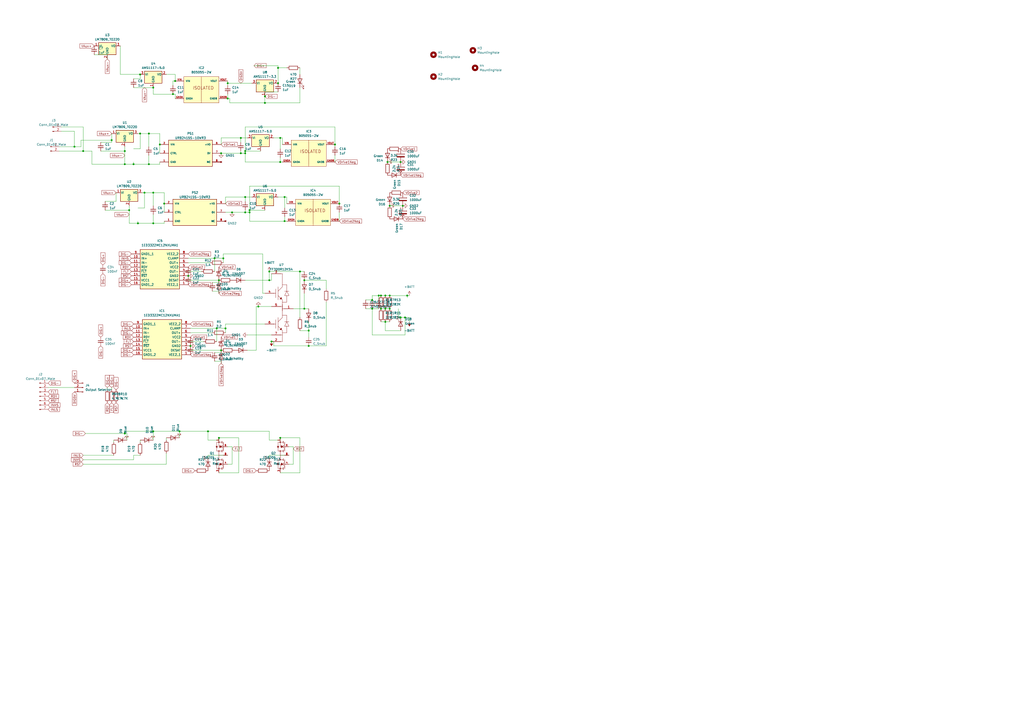
<source format=kicad_sch>
(kicad_sch (version 20230121) (generator eeschema)
  (paper "A2")
  (junction (at 81.28 77.47))
  (junction (at 101.6 46.99))
  (junction (at 128.27 88.9))
  (junction (at 156.21 162.56))
  (junction (at 215.9 179.07))
  (junction (at 92.71 83.82))
  (junction (at 100.33 54.61))
  (junction (at 86.36 77.47))
  (junction (at 153.67 55.88))
  (junction (at 139.7 88.9))
  (junction (at 142.24 114.3))
  (junction (at 72.39 95.25))
  (junction (at 153.67 59.69))
  (junction (at 104.14 250.19))
  (junction (at 144.78 121.92))
  (junction (at 196.85 118.11))
  (junction (at 161.29 48.26))
  (junction (at 128.27 203.2))
  (junction (at 130.81 190.5))
  (junction (at 83.82 111.76))
  (junction (at 223.52 186.69))
  (junction (at 144.78 123.19))
  (junction (at 176.53 162.56))
  (junction (at 194.31 83.82))
  (junction (at 127 162.56))
  (junction (at 109.22 160.02))
  (junction (at 132.08 57.15))
  (junction (at 162.56 254))
  (junction (at 48.26 87.63))
  (junction (at 219.71 171.45))
  (junction (at 132.08 48.26))
  (junction (at 129.54 149.86))
  (junction (at 88.9 50.8))
  (junction (at 127 254))
  (junction (at 74.93 121.92))
  (junction (at 226.06 171.45))
  (junction (at 64.77 81.28))
  (junction (at 124.46 149.86))
  (junction (at 179.07 200.66))
  (junction (at 120.65 250.19))
  (junction (at 226.06 119.38))
  (junction (at 80.01 129.54))
  (junction (at 72.39 87.63))
  (junction (at 226.06 179.07))
  (junction (at 236.22 171.45))
  (junction (at 215.9 173.99))
  (junction (at 95.25 118.11))
  (junction (at 157.48 198.12))
  (junction (at 156.21 157.48))
  (junction (at 142.24 88.9))
  (junction (at 232.41 184.15))
  (junction (at 223.52 171.45))
  (junction (at 134.62 123.19))
  (junction (at 142.24 87.63))
  (junction (at 234.95 184.15))
  (junction (at 162.56 80.01))
  (junction (at 232.41 93.98))
  (junction (at 165.1 128.27))
  (junction (at 220.98 171.45))
  (junction (at 88.9 111.76))
  (junction (at 110.49 200.66))
  (junction (at 139.7 80.01))
  (junction (at 43.18 85.09))
  (junction (at 88.9 250.19))
  (junction (at 77.47 95.25))
  (junction (at 179.07 191.77))
  (junction (at 224.79 93.98))
  (junction (at 125.73 190.5))
  (junction (at 162.56 93.98))
  (junction (at 173.99 157.48))
  (junction (at 142.24 123.19))
  (junction (at 220.98 179.07))
  (junction (at 149.86 177.8))
  (junction (at 161.29 39.37))
  (junction (at 165.1 114.3))
  (junction (at 176.53 179.07))
  (junction (at 223.52 179.07))
  (junction (at 233.68 119.38))
  (junction (at 88.9 129.54))
  (junction (at 81.28 43.18))
  (junction (at 86.36 95.25))
  (junction (at 72.39 251.46))
  (wire (pts (xy 189.23 162.56) (xy 176.53 162.56)))
  (wire (pts (xy 88.9 250.19) (xy 104.14 250.19)))
  (wire (pts (xy 88.9 129.54) (xy 95.25 129.54)))
  (wire (pts (xy 153.67 53.34) (xy 153.67 55.88)))
  (wire (pts (xy 80.01 120.65) (xy 83.82 120.65)))
  (wire (pts (xy 176.53 170.18) (xy 176.53 179.07)))
  (wire (pts (xy 72.39 250.19) (xy 72.39 251.46)))
  (wire (pts (xy 64.77 82.55) (xy 64.77 81.28)))
  (wire (pts (xy 127 168.91) (xy 127 170.18)))
  (wire (pts (xy 236.22 172.72) (xy 236.22 171.45)))
  (wire (pts (xy 88.9 54.61) (xy 88.9 50.8)))
  (wire (pts (xy 81.28 43.18) (xy 69.85 43.18)))
  (wire (pts (xy 156.21 264.16) (xy 167.64 264.16)))
  (wire (pts (xy 148.59 177.8) (xy 149.86 177.8)))
  (wire (pts (xy 34.29 87.63) (xy 48.26 87.63)))
  (wire (pts (xy 179.07 200.66) (xy 158.75 200.66)))
  (wire (pts (xy 80.01 128.27) (xy 80.01 129.54)))
  (wire (pts (xy 179.07 191.77) (xy 179.07 195.58)))
  (wire (pts (xy 120.65 264.16) (xy 132.08 264.16)))
  (wire (pts (xy 58.42 82.55) (xy 64.77 82.55)))
  (wire (pts (xy 224.79 93.98) (xy 232.41 93.98)))
  (wire (pts (xy 142.24 121.92) (xy 142.24 123.19)))
  (wire (pts (xy 64.77 224.79) (xy 64.77 226.06)))
  (wire (pts (xy 130.81 187.96) (xy 153.67 187.96)))
  (wire (pts (xy 124.46 204.47) (xy 128.27 204.47)))
  (wire (pts (xy 231.14 179.07) (xy 231.14 184.15)))
  (wire (pts (xy 88.9 111.76) (xy 95.25 111.76)))
  (wire (pts (xy 54.61 31.75) (xy 62.23 31.75)))
  (wire (pts (xy 161.29 38.1) (xy 161.29 39.37)))
  (wire (pts (xy 80.01 129.54) (xy 88.9 129.54)))
  (wire (pts (xy 163.83 93.98) (xy 162.56 93.98)))
  (wire (pts (xy 162.56 254) (xy 173.99 254)))
  (wire (pts (xy 194.31 83.82) (xy 194.31 85.09)))
  (wire (pts (xy 69.85 43.18) (xy 69.85 26.67)))
  (wire (pts (xy 219.71 171.45) (xy 219.71 173.99)))
  (wire (pts (xy 134.62 123.19) (xy 130.81 123.19)))
  (wire (pts (xy 95.25 129.54) (xy 95.25 128.27)))
  (wire (pts (xy 156.21 157.48) (xy 156.21 162.56)))
  (wire (pts (xy 109.22 157.48) (xy 116.84 157.48)))
  (wire (pts (xy 144.78 121.92) (xy 153.67 121.92)))
  (wire (pts (xy 152.4 147.32) (xy 152.4 170.18)))
  (wire (pts (xy 142.24 114.3) (xy 130.81 114.3)))
  (wire (pts (xy 132.08 54.61) (xy 132.08 57.15)))
  (wire (pts (xy 142.24 88.9) (xy 142.24 93.98)))
  (wire (pts (xy 162.56 93.98) (xy 142.24 93.98)))
  (wire (pts (xy 161.29 114.3) (xy 165.1 114.3)))
  (wire (pts (xy 194.31 83.82) (xy 194.31 73.66)))
  (wire (pts (xy 88.9 250.19) (xy 72.39 250.19)))
  (wire (pts (xy 64.77 81.28) (xy 64.77 77.47)))
  (wire (pts (xy 74.93 119.38) (xy 74.93 121.92)))
  (wire (pts (xy 132.08 48.26) (xy 146.05 48.26)))
  (wire (pts (xy 156.21 264.16) (xy 156.21 265.43)))
  (wire (pts (xy 163.83 80.01) (xy 163.83 83.82)))
  (wire (pts (xy 173.99 50.8) (xy 173.99 59.69)))
  (wire (pts (xy 166.37 128.27) (xy 165.1 128.27)))
  (wire (pts (xy 236.22 171.45) (xy 237.49 171.45)))
  (wire (pts (xy 165.1 125.73) (xy 165.1 128.27)))
  (wire (pts (xy 142.24 88.9) (xy 139.7 88.9)))
  (wire (pts (xy 128.27 80.01) (xy 128.27 83.82)))
  (wire (pts (xy 82.55 111.76) (xy 83.82 111.76)))
  (wire (pts (xy 88.9 124.46) (xy 88.9 129.54)))
  (wire (pts (xy 43.18 85.09) (xy 46.99 85.09)))
  (wire (pts (xy 157.48 198.12) (xy 158.75 198.12)))
  (wire (pts (xy 132.08 48.26) (xy 132.08 49.53)))
  (wire (pts (xy 161.29 39.37) (xy 161.29 48.26)))
  (wire (pts (xy 153.67 59.69) (xy 153.67 55.88)))
  (wire (pts (xy 142.24 114.3) (xy 142.24 116.84)))
  (wire (pts (xy 88.9 119.38) (xy 88.9 111.76)))
  (wire (pts (xy 212.09 179.07) (xy 215.9 179.07)))
  (wire (pts (xy 81.28 77.47) (xy 86.36 77.47)))
  (wire (pts (xy 62.23 31.75) (xy 62.23 34.29)))
  (wire (pts (xy 48.26 87.63) (xy 53.34 87.63)))
  (wire (pts (xy 162.56 255.27) (xy 162.56 254)))
  (wire (pts (xy 104.14 250.19) (xy 104.14 254)))
  (wire (pts (xy 81.28 86.36) (xy 81.28 77.47)))
  (wire (pts (xy 86.36 90.17) (xy 86.36 95.25)))
  (wire (pts (xy 73.66 251.46) (xy 73.66 255.27)))
  (wire (pts (xy 133.35 59.69) (xy 133.35 57.15)))
  (wire (pts (xy 86.36 77.47) (xy 92.71 77.47)))
  (wire (pts (xy 100.33 54.61) (xy 88.9 54.61)))
  (wire (pts (xy 173.99 191.77) (xy 179.07 191.77)))
  (wire (pts (xy 72.39 95.25) (xy 77.47 95.25)))
  (wire (pts (xy 77.47 45.72) (xy 81.28 45.72)))
  (wire (pts (xy 83.82 120.65) (xy 83.82 111.76)))
  (wire (pts (xy 142.24 87.63) (xy 151.13 87.63)))
  (wire (pts (xy 144.78 121.92) (xy 144.78 123.19)))
  (wire (pts (xy 139.7 88.9) (xy 128.27 88.9)))
  (wire (pts (xy 125.73 198.12) (xy 125.73 190.5)))
  (wire (pts (xy 148.59 203.2) (xy 148.59 177.8)))
  (wire (pts (xy 92.71 95.25) (xy 92.71 93.98)))
  (wire (pts (xy 161.29 39.37) (xy 166.37 39.37)))
  (wire (pts (xy 170.18 259.08) (xy 170.18 269.24)))
  (wire (pts (xy 77.47 93.98) (xy 77.47 95.25)))
  (wire (pts (xy 101.6 57.15) (xy 101.6 54.61)))
  (wire (pts (xy 139.7 80.01) (xy 128.27 80.01)))
  (wire (pts (xy 130.81 193.04) (xy 130.81 190.5)))
  (wire (pts (xy 77.47 95.25) (xy 86.36 95.25)))
  (wire (pts (xy 133.35 57.15) (xy 132.08 57.15)))
  (wire (pts (xy 86.36 85.09) (xy 86.36 77.47)))
  (wire (pts (xy 157.48 162.56) (xy 157.48 158.75)))
  (wire (pts (xy 162.56 80.01) (xy 162.56 86.36)))
  (wire (pts (xy 101.6 54.61) (xy 100.33 54.61)))
  (wire (pts (xy 158.75 80.01) (xy 162.56 80.01)))
  (wire (pts (xy 196.85 118.11) (xy 196.85 107.95)))
  (wire (pts (xy 48.26 73.66) (xy 48.26 87.63)))
  (wire (pts (xy 104.14 250.19) (xy 120.65 250.19)))
  (wire (pts (xy 165.1 128.27) (xy 144.78 128.27)))
  (wire (pts (xy 189.23 175.26) (xy 189.23 200.66)))
  (wire (pts (xy 101.6 43.18) (xy 101.6 46.99)))
  (wire (pts (xy 212.09 173.99) (xy 215.9 173.99)))
  (wire (pts (xy 189.23 167.64) (xy 189.23 162.56)))
  (wire (pts (xy 110.49 203.2) (xy 128.27 203.2)))
  (wire (pts (xy 127 254) (xy 138.43 254)))
  (wire (pts (xy 149.86 177.8) (xy 157.48 177.8)))
  (wire (pts (xy 220.98 171.45) (xy 223.52 171.45)))
  (wire (pts (xy 127 255.27) (xy 127 254)))
  (wire (pts (xy 125.73 190.5) (xy 130.81 190.5)))
  (wire (pts (xy 196.85 107.95) (xy 144.78 107.95)))
  (wire (pts (xy 144.78 123.19) (xy 142.24 123.19)))
  (wire (pts (xy 92.71 83.82) (xy 92.71 88.9)))
  (wire (pts (xy 129.54 149.86) (xy 129.54 152.4)))
  (wire (pts (xy 124.46 157.48) (xy 124.46 149.86)))
  (wire (pts (xy 77.47 86.36) (xy 81.28 86.36)))
  (wire (pts (xy 142.24 73.66) (xy 142.24 87.63)))
  (wire (pts (xy 139.7 87.63) (xy 139.7 88.9)))
  (wire (pts (xy 146.05 114.3) (xy 142.24 114.3)))
  (wire (pts (xy 72.39 85.09) (xy 72.39 87.63)))
  (wire (pts (xy 74.93 121.92) (xy 74.93 129.54)))
  (wire (pts (xy 58.42 87.63) (xy 72.39 87.63)))
  (wire (pts (xy 215.9 179.07) (xy 219.71 179.07)))
  (wire (pts (xy 176.53 179.07) (xy 179.07 179.07)))
  (wire (pts (xy 142.24 162.56) (xy 156.21 162.56)))
  (wire (pts (xy 173.99 157.48) (xy 173.99 184.15)))
  (wire (pts (xy 165.1 114.3) (xy 166.37 114.3)))
  (wire (pts (xy 95.25 111.76) (xy 95.25 118.11)))
  (wire (pts (xy 92.71 77.47) (xy 92.71 83.82)))
  (wire (pts (xy 129.54 147.32) (xy 152.4 147.32)))
  (wire (pts (xy 167.64 269.24) (xy 170.18 269.24)))
  (wire (pts (xy 231.14 184.15) (xy 232.41 184.15)))
  (wire (pts (xy 223.52 191.77) (xy 223.52 186.69)))
  (wire (pts (xy 48.26 266.7) (xy 77.47 266.7)))
  (wire (pts (xy 161.29 53.34) (xy 153.67 53.34)))
  (wire (pts (xy 215.9 179.07) (xy 215.9 194.31)))
  (wire (pts (xy 179.07 186.69) (xy 179.07 191.77)))
  (wire (pts (xy 72.39 87.63) (xy 72.39 95.25)))
  (wire (pts (xy 110.49 190.5) (xy 125.73 190.5)))
  (wire (pts (xy 81.28 256.54) (xy 81.28 255.27)))
  (wire (pts (xy 72.39 251.46) (xy 49.53 251.46)))
  (wire (pts (xy 109.22 162.56) (xy 127 162.56)))
  (wire (pts (xy 138.43 274.32) (xy 138.43 254)))
  (wire (pts (xy 77.47 50.8) (xy 88.9 50.8)))
  (wire (pts (xy 128.27 209.55) (xy 128.27 210.82)))
  (wire (pts (xy 158.75 200.66) (xy 158.75 198.12)))
  (wire (pts (xy 67.31 111.76) (xy 67.31 116.84)))
  (wire (pts (xy 220.98 186.69) (xy 223.52 186.69)))
  (wire (pts (xy 162.56 91.44) (xy 162.56 93.98)))
  (wire (pts (xy 215.9 194.31) (xy 234.95 194.31)))
  (wire (pts (xy 173.99 157.48) (xy 156.21 157.48)))
  (wire (pts (xy 133.35 59.69) (xy 153.67 59.69)))
  (wire (pts (xy 232.41 191.77) (xy 223.52 191.77)))
  (wire (pts (xy 219.71 171.45) (xy 220.98 171.45)))
  (wire (pts (xy 120.65 255.27) (xy 120.65 250.19)))
  (wire (pts (xy 123.19 168.91) (xy 127 168.91)))
  (wire (pts (xy 194.31 90.17) (xy 194.31 93.98)))
  (wire (pts (xy 35.56 73.66) (xy 48.26 73.66)))
  (wire (pts (xy 81.28 43.18) (xy 81.28 45.72)))
  (wire (pts (xy 223.52 186.69) (xy 226.06 186.69)))
  (wire (pts (xy 80.01 77.47) (xy 81.28 77.47)))
  (wire (pts (xy 132.08 259.08) (xy 134.62 259.08)))
  (wire (pts (xy 34.29 85.09) (xy 43.18 85.09)))
  (wire (pts (xy 110.49 198.12) (xy 118.11 198.12)))
  (wire (pts (xy 95.25 118.11) (xy 95.25 123.19)))
  (wire (pts (xy 162.56 274.32) (xy 173.99 274.32)))
  (wire (pts (xy 237.49 186.69) (xy 237.49 184.15)))
  (wire (pts (xy 100.33 46.99) (xy 101.6 46.99)))
  (wire (pts (xy 124.46 209.55) (xy 128.27 209.55)))
  (wire (pts (xy 120.65 250.19) (xy 156.21 250.19)))
  (wire (pts (xy 96.52 255.27) (xy 96.52 254)))
  (wire (pts (xy 73.66 251.46) (xy 72.39 251.46)))
  (wire (pts (xy 144.78 107.95) (xy 144.78 121.92)))
  (wire (pts (xy 130.81 114.3) (xy 130.81 118.11)))
  (wire (pts (xy 35.56 76.2) (xy 43.18 76.2)))
  (wire (pts (xy 86.36 95.25) (xy 92.71 95.25)))
  (wire (pts (xy 43.18 76.2) (xy 43.18 85.09)))
  (wire (pts (xy 60.96 116.84) (xy 67.31 116.84)))
  (wire (pts (xy 170.18 179.07) (xy 176.53 179.07)))
  (wire (pts (xy 215.9 171.45) (xy 219.71 171.45)))
  (wire (pts (xy 109.22 152.4) (xy 121.92 152.4)))
  (wire (pts (xy 226.06 171.45) (xy 236.22 171.45)))
  (wire (pts (xy 165.1 114.3) (xy 165.1 120.65)))
  (wire (pts (xy 234.95 184.15) (xy 237.49 184.15)))
  (wire (pts (xy 234.95 194.31) (xy 234.95 184.15)))
  (wire (pts (xy 128.27 204.47) (xy 128.27 203.2)))
  (wire (pts (xy 46.99 85.09) (xy 46.99 81.28)))
  (wire (pts (xy 62.23 224.79) (xy 62.23 226.06)))
  (wire (pts (xy 81.28 264.16) (xy 77.47 264.16)))
  (wire (pts (xy 162.56 80.01) (xy 163.83 80.01)))
  (wire (pts (xy 194.31 73.66) (xy 142.24 73.66)))
  (wire (pts (xy 144.78 123.19) (xy 144.78 128.27)))
  (wire (pts (xy 60.96 121.92) (xy 74.93 121.92)))
  (wire (pts (xy 46.99 81.28) (xy 64.77 81.28)))
  (wire (pts (xy 132.08 269.24) (xy 134.62 269.24)))
  (wire (pts (xy 139.7 80.01) (xy 139.7 82.55)))
  (wire (pts (xy 96.52 43.18) (xy 101.6 43.18)))
  (wire (pts (xy 134.62 259.08) (xy 134.62 269.24)))
  (wire (pts (xy 143.51 80.01) (xy 139.7 80.01)))
  (wire (pts (xy 132.08 46.99) (xy 132.08 48.26)))
  (wire (pts (xy 143.51 203.2) (xy 148.59 203.2)))
  (wire (pts (xy 142.24 87.63) (xy 142.24 88.9)))
  (wire (pts (xy 157.48 194.31) (xy 143.51 194.31)))
  (wire (pts (xy 223.52 171.45) (xy 226.06 171.45)))
  (wire (pts (xy 129.54 147.32) (xy 129.54 149.86)))
  (wire (pts (xy 48.26 269.24) (xy 96.52 269.24)))
  (wire (pts (xy 173.99 274.32) (xy 173.99 254)))
  (wire (pts (xy 226.06 119.38) (xy 233.68 119.38)))
  (wire (pts (xy 196.85 123.19) (xy 196.85 128.27)))
  (wire (pts (xy 189.23 200.66) (xy 179.07 200.66)))
  (wire (pts (xy 120.65 255.27) (xy 127 255.27)))
  (wire (pts (xy 74.93 129.54) (xy 80.01 129.54)))
  (wire (pts (xy 127 163.83) (xy 127 162.56)))
  (wire (pts (xy 100.33 49.53) (xy 100.33 46.99)))
  (wire (pts (xy 176.53 157.48) (xy 173.99 157.48)))
  (wire (pts (xy 156.21 255.27) (xy 162.56 255.27)))
  (wire (pts (xy 83.82 111.76) (xy 88.9 111.76)))
  (wire (pts (xy 215.9 173.99) (xy 215.9 171.45)))
  (wire (pts (xy 147.32 38.1) (xy 161.29 38.1)))
  (wire (pts (xy 166.37 114.3) (xy 166.37 118.11)))
  (wire (pts (xy 220.98 179.07) (xy 223.52 179.07)))
  (wire (pts (xy 66.04 256.54) (xy 66.04 255.27)))
  (wire (pts (xy 96.52 262.89) (xy 96.52 269.24)))
  (wire (pts (xy 120.65 264.16) (xy 120.65 265.43)))
  (wire (pts (xy 232.41 184.15) (xy 234.95 184.15)))
  (wire (pts (xy 123.19 163.83) (xy 127 163.83)))
  (wire (pts (xy 130.81 190.5) (xy 130.81 187.96)))
  (wire (pts (xy 167.64 259.08) (xy 170.18 259.08)))
  (wire (pts (xy 156.21 162.56) (xy 157.48 162.56)))
  (wire (pts (xy 48.26 264.16) (xy 66.04 264.16)))
  (wire (pts (xy 27.94 224.79) (xy 43.18 224.79)))
  (wire (pts (xy 223.52 179.07) (xy 226.06 179.07)))
  (wire (pts (xy 53.34 95.25) (xy 72.39 95.25)))
  (wire (pts (xy 53.34 87.63) (xy 53.34 95.25)))
  (wire (pts (xy 109.22 149.86) (xy 124.46 149.86)))
  (wire (pts (xy 152.4 170.18) (xy 153.67 170.18)))
  (wire (pts (xy 88.9 250.19) (xy 88.9 255.27)))
  (wire (pts (xy 124.46 149.86) (xy 129.54 149.86)))
  (wire (pts (xy 153.67 59.69) (xy 173.99 59.69)))
  (wire (pts (xy 156.21 255.27) (xy 156.21 250.19)))
  (wire (pts (xy 110.49 193.04) (xy 123.19 193.04)))
  (wire (pts (xy 127 274.32) (xy 138.43 274.32)))
  (wire (pts (xy 173.99 43.18) (xy 173.99 39.37)))
  (wire (pts (xy 77.47 264.16) (xy 77.47 266.7)))
  (wire (pts (xy 142.24 123.19) (xy 134.62 123.19)))
  (global_label "DIG-" (shape input) (at 76.2 152.4 180) (property "Intersheetrefs" "${INTERSHEET_REFS}" (effects hide)))
  (global_label "RST" (shape input) (at 48.26 269.24 180) (property "Intersheetrefs" "${INTERSHEET_REFS}" (effects hide)))
  (global_label "VAux-" (shape input) (at 83.82 50.8 270) (property "Intersheetrefs" "${INTERSHEET_REFS}" (effects hide)))
  (global_label "RDY" (shape input) (at 27.94 229.87 0) (property "Intersheetrefs" "${INTERSHEET_REFS}" (effects hide)))
  (global_label "DIG+" (shape input) (at 77.47 203.2 180) (property "Intersheetrefs" "${INTERSHEET_REFS}" (effects hide)))
  (global_label "VDrive2Neg" (shape input) (at 127 170.18 0) (property "Intersheetrefs" "${INTERSHEET_REFS}" (effects hide)))
  (global_label "VDrive2" (shape input) (at 130.81 118.11 0) (property "Intersheetrefs" "${INTERSHEET_REFS}" (effects hide)))
  (global_label "DIG+" (shape input) (at 148.59 273.05 180) (property "Intersheetrefs" "${INTERSHEET_REFS}" (effects hide)))
  (global_label "INHS" (shape input) (at 27.94 234.95 0) (property "Intersheetrefs" "${INTERSHEET_REFS}" (effects hide)))
  (global_label "INHS" (shape input) (at 76.2 149.86 180) (property "Intersheetrefs" "${INTERSHEET_REFS}" (effects hide)))
  (global_label "RST" (shape input) (at 77.47 200.66 180) (property "Intersheetrefs" "${INTERSHEET_REFS}" (effects hide)))
  (global_label "DIG-" (shape input) (at 67.31 226.06 90) (property "Intersheetrefs" "${INTERSHEET_REFS}" (effects hide)))
  (global_label "VDrive2Neg" (shape input) (at 196.85 128.27 0) (property "Intersheetrefs" "${INTERSHEET_REFS}" (effects hide)))
  (global_label "VAux+" (shape input) (at 54.61 26.67 180) (property "Intersheetrefs" "${INTERSHEET_REFS}" (effects hide)))
  (global_label "DIG-" (shape input) (at 77.47 187.96 180) (property "Intersheetrefs" "${INTERSHEET_REFS}" (effects hide)))
  (global_label "VDrive1" (shape input) (at 110.49 195.58 0) (property "Intersheetrefs" "${INTERSHEET_REFS}" (effects hide)))
  (global_label "FLT" (shape input) (at 134.62 260.35 0) (property "Intersheetrefs" "${INTERSHEET_REFS}" (effects hide)))
  (global_label "DIG-" (shape input) (at 77.47 205.74 180) (property "Intersheetrefs" "${INTERSHEET_REFS}" (effects hide)))
  (global_label "DIG-" (shape input) (at 76.2 147.32 180) (property "Intersheetrefs" "${INTERSHEET_REFS}" (effects hide)))
  (global_label "INLS" (shape input) (at 48.26 264.16 180) (property "Intersheetrefs" "${INTERSHEET_REFS}" (effects hide)))
  (global_label "FLT" (shape input) (at 64.77 233.68 270) (property "Intersheetrefs" "${INTERSHEET_REFS}" (effects hide)))
  (global_label "DIG+" (shape input) (at 147.32 38.1 0) (property "Intersheetrefs" "${INTERSHEET_REFS}" (effects hide)))
  (global_label "VDrive2Neg" (shape input) (at 233.68 127 0) (property "Intersheetrefs" "${INTERSHEET_REFS}" (effects hide)))
  (global_label "VDrive1" (shape input) (at 232.41 86.36 0) (property "Intersheetrefs" "${INTERSHEET_REFS}" (effects hide)))
  (global_label "RST" (shape input) (at 27.94 232.41 0) (property "Intersheetrefs" "${INTERSHEET_REFS}" (effects hide)))
  (global_label "DIG+" (shape input) (at 62.23 224.79 90) (property "Intersheetrefs" "${INTERSHEET_REFS}" (effects hide)))
  (global_label "DIG5V" (shape input) (at 139.7 48.26 90) (property "Intersheetrefs" "${INTERSHEET_REFS}" (effects hide)))
  (global_label "DIG+" (shape input) (at 113.03 273.05 180) (property "Intersheetrefs" "${INTERSHEET_REFS}" (effects hide)))
  (global_label "VDrive1Neg" (shape input) (at 110.49 187.96 0) (property "Intersheetrefs" "${INTERSHEET_REFS}" (effects hide)))
  (global_label "VAux-" (shape input) (at 62.23 34.29 270) (property "Intersheetrefs" "${INTERSHEET_REFS}" (effects hide)))
  (global_label "VDrive2" (shape input) (at 127 154.94 0) (property "Intersheetrefs" "${INTERSHEET_REFS}" (effects hide)))
  (global_label "DIG-" (shape input) (at 77.47 193.04 180) (property "Intersheetrefs" "${INTERSHEET_REFS}" (effects hide)))
  (global_label "VAux+" (shape input) (at 67.31 111.76 180) (property "Intersheetrefs" "${INTERSHEET_REFS}" (effects hide)))
  (global_label "DIG+" (shape input) (at 43.18 222.25 90) (property "Intersheetrefs" "${INTERSHEET_REFS}" (effects hide)))
  (global_label "RDY" (shape input) (at 76.2 154.94 180) (property "Intersheetrefs" "${INTERSHEET_REFS}" (effects hide)))
  (global_label "VDrive1" (shape input) (at 128.27 83.82 0) (property "Intersheetrefs" "${INTERSHEET_REFS}" (effects hide)))
  (global_label "FLT" (shape input) (at 76.2 157.48 180) (property "Intersheetrefs" "${INTERSHEET_REFS}" (effects hide)))
  (global_label "VDrive1Neg" (shape input) (at 194.31 93.98 0) (property "Intersheetrefs" "${INTERSHEET_REFS}" (effects hide)))
  (global_label "VDrive1Neg" (shape input) (at 110.49 205.74 0) (property "Intersheetrefs" "${INTERSHEET_REFS}" (effects hide)))
  (global_label "DIG-" (shape input) (at 59.69 158.75 270) (property "Intersheetrefs" "${INTERSHEET_REFS}" (effects hide)))
  (global_label "DIG-" (shape input) (at 58.42 200.66 270) (property "Intersheetrefs" "${INTERSHEET_REFS}" (effects hide)))
  (global_label "DIG+" (shape input) (at 58.42 195.58 90) (property "Intersheetrefs" "${INTERSHEET_REFS}" (effects hide)))
  (global_label "INHS" (shape input) (at 48.26 266.7 180) (property "Intersheetrefs" "${INTERSHEET_REFS}" (effects hide)))
  (global_label "VDrive1" (shape input) (at 128.27 195.58 0) (property "Intersheetrefs" "${INTERSHEET_REFS}" (effects hide)))
  (global_label "DIG+" (shape input) (at 76.2 162.56 180) (property "Intersheetrefs" "${INTERSHEET_REFS}" (effects hide)))
  (global_label "DIG-" (shape input) (at 76.2 165.1 180) (property "Intersheetrefs" "${INTERSHEET_REFS}" (effects hide)))
  (global_label "RST" (shape input) (at 67.31 233.68 270) (property "Intersheetrefs" "${INTERSHEET_REFS}" (effects hide)))
  (global_label "RST" (shape input) (at 76.2 160.02 180) (property "Intersheetrefs" "${INTERSHEET_REFS}" (effects hide)))
  (global_label "FLT" (shape input) (at 77.47 198.12 180) (property "Intersheetrefs" "${INTERSHEET_REFS}" (effects hide)))
  (global_label "DIG5V" (shape input) (at 43.18 227.33 270) (property "Intersheetrefs" "${INTERSHEET_REFS}" (effects hide)))
  (global_label "VAux-" (shape input) (at 72.39 90.17 180) (property "Intersheetrefs" "${INTERSHEET_REFS}" (effects hide)))
  (global_label "FLT" (shape input) (at 27.94 227.33 0) (property "Intersheetrefs" "${INTERSHEET_REFS}" (effects hide)))
  (global_label "RDY" (shape input) (at 62.23 233.68 270) (property "Intersheetrefs" "${INTERSHEET_REFS}" (effects hide)))
  (global_label "DIG-" (shape input) (at 27.94 222.25 0) (property "Intersheetrefs" "${INTERSHEET_REFS}" (effects hide)))
  (global_label "VDrive1Neg" (shape input) (at 128.27 210.82 270) (property "Intersheetrefs" "${INTERSHEET_REFS}" (effects hide)))
  (global_label "DIG+" (shape input) (at 59.69 153.67 90) (property "Intersheetrefs" "${INTERSHEET_REFS}" (effects hide)))
  (global_label "VDrive2" (shape input) (at 233.68 111.76 0) (property "Intersheetrefs" "${INTERSHEET_REFS}" (effects hide)))
  (global_label "RDY" (shape input) (at 170.18 260.35 0) (property "Intersheetrefs" "${INTERSHEET_REFS}" (effects hide)))
  (global_label "DIG+" (shape input) (at 64.77 224.79 90) (property "Intersheetrefs" "${INTERSHEET_REFS}" (effects hide)))
  (global_label "VDrive2Neg" (shape input) (at 109.22 165.1 0) (property "Intersheetrefs" "${INTERSHEET_REFS}" (effects hide)))
  (global_label "VAux-" (shape input) (at 74.93 124.46 180) (property "Intersheetrefs" "${INTERSHEET_REFS}" (effects hide)))
  (global_label "DIG-" (shape input) (at 49.53 251.46 180) (property "Intersheetrefs" "${INTERSHEET_REFS}" (effects hide)))
  (global_label "VDrive2Neg" (shape input) (at 109.22 147.32 0) (property "Intersheetrefs" "${INTERSHEET_REFS}" (effects hide)))
  (global_label "VDrive1Neg" (shape input) (at 232.41 101.6 0) (property "Intersheetrefs" "${INTERSHEET_REFS}" (effects hide)))
  (global_label "INLS" (shape input) (at 77.47 190.5 180) (property "Intersheetrefs" "${INTERSHEET_REFS}" (effects hide)))
  (global_label "DIG-" (shape input) (at 153.67 55.88 0) (property "Intersheetrefs" "${INTERSHEET_REFS}" (effects hide)))
  (global_label "RDY" (shape input) (at 77.47 195.58 180) (property "Intersheetrefs" "${INTERSHEET_REFS}" (effects hide)))
  (global_label "INLS" (shape input) (at 27.94 237.49 0) (property "Intersheetrefs" "${INTERSHEET_REFS}" (effects hide)))
  (global_label "VDrive2" (shape input) (at 109.22 154.94 0) (property "Intersheetrefs" "${INTERSHEET_REFS}" (effects hide)))
  (global_label "VAux+" (shape input) (at 64.77 77.47 180) (property "Intersheetrefs" "${INTERSHEET_REFS}" (effects hide)))
  (symbol (lib_id "Device:R") (at 224.79 97.79 180) (unit 1)
    (property "Reference" "R24" (at 231.14 97.79 90))
    (property "Value" "2.2k" (at 228.6 97.79 90))
    (property "Footprint" "Resistor_SMD:R_0603_1608Metric_Pad0.98x0.95mm_HandSolder" (effects hide))
  )
  (symbol (lib_id "Device:C_Small") (at 88.9 121.92 0) (unit 1)
    (property "Reference" "C6" (at 91.44 120.6562 0) (effects (justify left)))
    (property "Value" "1uF" (at 91.44 123.1962 0) (effects (justify left)))
    (property "Footprint" "Capacitor_SMD:C_1206_3216Metric_Pad1.33x1.80mm_HandSolder" (effects hide))
  )
  (symbol (lib_id "power:GND2") (at 233.68 119.38 90) (unit 1)
    (property "Reference" "#PWR011" (effects hide))
    (property "Value" "GND2" (at 237.49 119.38 90) (effects (justify right)))
  )
  (symbol (lib_id "Regulator_Linear:AMS1117-5.0") (at 88.9 43.18 0) (unit 1)
    (property "Reference" "U4" (at 88.9 36.83 0))
    (property "Value" "AMS1117-5.0" (at 88.9 39.37 0))
    (property "Footprint" "Package_TO_SOT_SMD:SOT-223-3_TabPin2" (effects hide))
    (property "Datasheet" "http://www.advanced-monolithic.com/pdf/ds1117.pdf" (effects hide))
  )
  (symbol (lib_id "Device:C_Small") (at 100.33 52.07 0) (unit 1)
    (property "Reference" "C11" (at 102.87 50.8062 0) (effects (justify left)))
    (property "Value" "1uF" (at 102.87 53.3462 0) (effects (justify left)))
    (property "Footprint" "Capacitor_SMD:C_1206_3216Metric_Pad1.33x1.80mm_HandSolder" (effects hide))
  )
  (symbol (lib_id "Regulator_Linear:AMS1117-5.0") (at 153.67 114.3 0) (unit 1)
    (property "Reference" "U6" (at 153.67 107.95 0))
    (property "Value" "AMS1117-5.0" (at 153.67 110.49 0))
    (property "Footprint" "Package_TO_SOT_SMD:SOT-223-3_TabPin2" (effects hide))
    (property "Datasheet" "http://www.advanced-monolithic.com/pdf/ds1117.pdf" (effects hide))
  )
  (symbol (lib_id "Regulator_Linear:AMS1117-3.3") (at 153.67 48.26 0) (unit 1)
    (property "Reference" "U8" (at 153.67 41.91 0))
    (property "Value" "AMS1117-3.3" (at 153.67 44.45 0))
    (property "Footprint" "Package_TO_SOT_SMD:SOT-223-3_TabPin2" (effects hide))
    (property "Datasheet" "http://www.advanced-monolithic.com/pdf/ds1117.pdf" (effects hide))
  )
  (symbol (lib_id "Device:LED") (at 229.87 127 180) (unit 1)
    (property "Reference" "D17" (at 232.7275 129.54 90) (effects (justify left)))
    (property "Value" "Green" (at 230.1875 129.54 90) (effects (justify left)))
    (property "Footprint" "LED_SMD:LED_0805_2012Metric_Pad1.15x1.40mm_HandSolder" (effects hide))
  )
  (symbol (lib_id "Device:C_Small") (at 142.24 119.38 0) (unit 1)
    (property "Reference" "C10" (at 144.78 118.1162 0) (effects (justify left)))
    (property "Value" "1uF" (at 144.78 120.6562 0) (effects (justify left)))
    (property "Footprint" "Capacitor_SMD:C_1206_3216Metric_Pad1.33x1.80mm_HandSolder" (effects hide))
  )
  (symbol (lib_id "Device:R") (at 220.98 175.26 0) (unit 1)
    (property "Reference" "R16" (at 223.52 173.9899 0) (effects (justify left)))
    (property "Value" "22K" (at 223.52 176.5299 0) (effects (justify left)))
    (property "Footprint" "Resistor_SMD:R_1206_3216Metric_Pad1.30x1.75mm_HandSolder" (effects hide))
  )
  (symbol (lib_id "Connector:Conn_01x07_Male") (at 22.86 229.87 0) (unit 1)
    (property "Reference" "J2" (at 23.495 217.17 0))
    (property "Value" "Conn_01x07_Male" (at 23.495 219.71 0))
    (property "Footprint" "Connector_JST:JST_XH_B7B-XH-A_1x07_P2.50mm_Vertical" (effects hide))
  )
  (symbol (lib_id "Device:C_Small") (at 176.53 160.02 0) (unit 1)
    (property "Reference" "C24" (at 179.07 158.7562 0) (effects (justify left)))
    (property "Value" "C_Snub" (at 179.07 161.2962 0) (effects (justify left)))
    (property "Footprint" "Capacitor_THT:C_Rect_L24.0mm_W8.3mm_P22.50mm_MKT" (effects hide))
  )
  (symbol (lib_id "Device:C_Small") (at 219.71 176.53 0) (unit 1)
    (property "Reference" "C28" (at 222.25 175.2662 0) (effects (justify left)))
    (property "Value" "22nF" (at 222.25 177.8062 0) (effects (justify left)))
    (property "Footprint" "Capacitor_SMD:C_1206_3216Metric_Pad1.33x1.80mm_HandSolder" (effects hide))
  )
  (symbol (lib_id "Device:D") (at 179.07 182.88 90) (unit 1)
    (property "Reference" "D8" (at 181.61 181.6099 90) (effects (justify right)))
    (property "Value" "D_Snub" (at 181.61 184.1499 90) (effects (justify right)))
    (property "Footprint" "Diode_THT:D_DO-201AE_P15.24mm_Horizontal" (effects hide))
  )
  (symbol (lib_id "Device:D") (at 139.7 203.2 180) (unit 1)
    (property "Reference" "D3" (at 139.7 196.85 0))
    (property "Value" "1N4007" (at 139.7 199.39 0))
    (property "Footprint" "Diode_SMD:D_SMA_Handsoldering" (effects hide))
  )
  (symbol (lib_id "Device:R") (at 189.23 171.45 180) (unit 1)
    (property "Reference" "R5" (at 191.77 170.1799 0) (effects (justify right)))
    (property "Value" "R_Snub" (at 191.77 172.7199 0) (effects (justify right)))
    (property "Footprint" "Resistor_THT:R_Box_L26.0mm_W5.0mm_P20.00mm" (effects hide))
  )
  (symbol (lib_id "Device:D_Schottky") (at 128.27 207.01 270) (unit 1)
    (property "Reference" "D2" (at 130.81 205.4224 90) (effects (justify left)))
    (property "Value" "D_Schottky" (at 130.81 207.9624 90) (effects (justify left)))
    (property "Footprint" "Diode_SMD:D_SMA_Handsoldering" (effects hide))
  )
  (symbol (lib_id "8205a:FS8205") (at 162.56 264.16 180) (unit 1)
    (property "Reference" "Q2" (at 160.02 262.89 0) (effects (justify left)))
    (property "Value" "FS8205" (at 160.02 265.43 0) (effects (justify left)))
    (property "Footprint" "8205a:SOT95P280X145-6N" (effects hide))
    (property "MF" "Fortune Semiconductor" (effects hide))
    (property "MAXIMUM_PACKAGE_HEIGHT" "1.45mm" (effects hide))
    (property "Package" "Package" (effects hide))
    (property "Price" "None" (effects hide))
    (property "Check_prices" "https://www.snapeda.com/parts/FS8205/Fortune+Semiconductor/view-part/?ref=eda" (effects hide))
    (property "STANDARD" "IPC-7351B" (effects hide))
    (property "PARTREV" "1.9" (effects hide))
    (property "SnapEDA_Link" "https://www.snapeda.com/parts/FS8205/Fortune+Semiconductor/view-part/?ref=snap" (effects hide))
    (property "MP" "FS8205" (effects hide))
    (property "Description" "\nDual N-Channel Enhancement Mode Power MOSFET\n" (effects hide))
    (property "Availability" "Not in stock" (effects hide))
    (property "MANUFACTURER" "Fortune" (effects hide))
  )
  (symbol (lib_id "Device:R") (at 116.84 273.05 270) (unit 1)
    (property "Reference" "R21" (at 116.84 266.7 90))
    (property "Value" "470" (at 116.84 269.24 90))
    (property "Footprint" "Resistor_SMD:R_0603_1608Metric_Pad0.98x0.95mm_HandSolder" (effects hide))
  )
  (symbol (lib_name "GND2_1") (lib_id "power:GND2") (at 109.22 160.02 90) (unit 1)
    (property "Reference" "#PWR05" (effects hide))
    (property "Value" "GND2" (at 113.03 160.02 90) (effects (justify right)))
  )
  (symbol (lib_id "Device:C_Small") (at 123.19 166.37 0) (unit 1)
    (property "Reference" "C23" (at 125.73 165.1062 0) (effects (justify left)))
    (property "Value" "C_Desat" (at 125.73 167.6462 0) (effects (justify left)))
    (property "Footprint" "Capacitor_SMD:C_0603_1608Metric_Pad1.08x0.95mm_HandSolder" (effects hide))
  )
  (symbol (lib_id "Device:R") (at 81.28 260.35 180) (unit 1)
    (property "Reference" "R19" (at 74.93 260.35 90))
    (property "Value" "470" (at 77.47 260.35 90))
    (property "Footprint" "Resistor_SMD:R_0603_1608Metric_Pad0.98x0.95mm_HandSolder" (effects hide))
  )
  (symbol (lib_id "Connector:Conn_01x02_Male") (at 29.21 85.09 0) (unit 1)
    (property "Reference" "J1" (at 29.845 81.28 0))
    (property "Value" "Conn_01x02_Male" (at 29.845 83.82 0))
    (property "Footprint" "Connector_JST:JST_XH_S2B-XH-A_1x02_P2.50mm_Horizontal" (effects hide))
  )
  (symbol (lib_id "Device:LED") (at 69.85 255.27 180) (unit 1)
    (property "Reference" "D9" (at 70.1674 251.46 90) (effects (justify right)))
    (property "Value" "Blue" (at 72.7074 251.46 90) (effects (justify right)))
    (property "Footprint" "LED_SMD:LED_0805_2012Metric_Pad1.15x1.40mm_HandSolder" (effects hide))
  )
  (symbol (lib_name "GND1_1") (lib_id "power:GND1") (at 143.51 194.31 270) (unit 1)
    (property "Reference" "#PWR04" (effects hide))
    (property "Value" "GND1" (at 139.7 194.31 90) (effects (justify right)))
  )
  (symbol (lib_id "Device:LED") (at 120.65 269.24 270) (unit 1)
    (property "Reference" "D12" (at 123.19 266.3825 90) (effects (justify left)))
    (property "Value" "Red" (at 123.19 268.9225 90) (effects (justify left)))
    (property "Footprint" "LED_SMD:LED_0805_2012Metric_Pad1.15x1.40mm_HandSolder" (effects hide))
  )
  (symbol (lib_id "Device:C_Small") (at 110.49 198.12 0) (unit 1)
    (property "Reference" "C19" (at 113.03 196.8562 0) (effects (justify left)))
    (property "Value" "1uF" (at 113.03 199.3962 0) (effects (justify left)))
    (property "Footprint" "Capacitor_SMD:C_1206_3216Metric_Pad1.33x1.80mm_HandSolder" (effects hide))
  )
  (symbol (lib_id "Device:C_Polarized") (at 232.41 97.79 0) (unit 1)
    (property "Reference" "C31" (at 236.22 95.631 0) (effects (justify left)))
    (property "Value" "1000uF" (at 236.22 98.171 0) (effects (justify left)))
    (property "Footprint" "25V 1000uf:CAP_EEEFK1E102AQ" (effects hide))
  )
  (symbol (lib_id "power:GND2") (at 134.62 123.19 0) (unit 1)
    (property "Reference" "#PWR02" (effects hide))
    (property "Value" "GND2" (at 134.62 129.54 0))
  )
  (symbol (lib_id "Device:C_Small") (at 132.08 52.07 0) (unit 1)
    (property "Reference" "C14" (at 134.62 50.8062 0) (effects (justify left)))
    (property "Value" "1uF" (at 134.62 53.3462 0) (effects (justify left)))
    (property "Footprint" "Capacitor_SMD:C_1206_3216Metric_Pad1.33x1.80mm_HandSolder" (effects hide))
  )
  (symbol (lib_id "FF300:FF300R12KS4") (at 173.99 158.75 0) (unit 1)
    (property "Reference" "U7" (at 163.195 153.67 0))
    (property "Value" "FF300R12KS4" (at 163.195 156.21 0))
    (property "Footprint" "FF300:FF300R12KS4" (effects hide))
  )
  (symbol (lib_id "Device:LED") (at 156.21 269.24 270) (unit 1)
    (property "Reference" "D13" (at 158.75 266.3825 90) (effects (justify left)))
    (property "Value" "Red" (at 158.75 268.9225 90) (effects (justify left)))
    (property "Footprint" "LED_SMD:LED_0805_2012Metric_Pad1.15x1.40mm_HandSolder" (effects hide))
  )
  (symbol (lib_id "Mechanical:MountingHole") (at 274.32 29.21 0) (unit 1)
    (property "Reference" "H3" (at 276.86 27.9399 0) (effects (justify left)))
    (property "Value" "MountingHole" (at 276.86 30.4799 0) (effects (justify left)))
    (property "Footprint" "MountingHole:MountingHole_3.2mm_M3" (effects hide))
  )
  (symbol (lib_id "Device:C_Small") (at 139.7 85.09 0) (unit 1)
    (property "Reference" "C9" (at 142.24 83.8262 0) (effects (justify left)))
    (property "Value" "1uF" (at 142.24 86.3662 0) (effects (justify left)))
    (property "Footprint" "Capacitor_SMD:C_1206_3216Metric_Pad1.33x1.80mm_HandSolder" (effects hide))
  )
  (symbol (lib_id "Device:LED") (at 85.09 255.27 180) (unit 1)
    (property "Reference" "D10" (at 85.4074 251.46 90) (effects (justify right)))
    (property "Value" "Blue" (at 87.9474 251.46 90) (effects (justify right)))
    (property "Footprint" "LED_SMD:LED_0805_2012Metric_Pad1.15x1.40mm_HandSolder" (effects hide))
  )
  (symbol (lib_id "Device:R") (at 62.23 229.87 0) (unit 1)
    (property "Reference" "R9" (at 64.77 228.6 0) (effects (justify left)))
    (property "Value" "4.7K" (at 64.77 231.14 0) (effects (justify left)))
    (property "Footprint" "Resistor_SMD:R_0805_2012Metric_Pad1.20x1.40mm_HandSolder" (effects hide))
  )
  (symbol (lib_id "Device:C_Small") (at 77.47 48.26 0) (unit 1)
    (property "Reference" "C8" (at 80.01 46.9962 0) (effects (justify left)))
    (property "Value" "1uF" (at 80.01 49.5362 0) (effects (justify left)))
    (property "Footprint" "Capacitor_SMD:C_1206_3216Metric_Pad1.33x1.80mm_HandSolder" (effects hide))
  )
  (symbol (lib_id "Regulator_Linear:LM7809_TO220") (at 74.93 111.76 0) (unit 1)
    (property "Reference" "U2" (at 74.93 105.41 0))
    (property "Value" "LM7809_TO220" (at 74.93 107.95 0))
    (property "Footprint" "Package_TO_SOT_THT:TO-220-3_Vertical" (effects hide))
    (property "Datasheet" "https://www.onsemi.cn/PowerSolutions/document/MC7800-D.PDF" (effects hide))
  )
  (symbol (lib_id "Device:R") (at 173.99 187.96 180) (unit 1)
    (property "Reference" "R6" (at 176.53 186.6899 0) (effects (justify right)))
    (property "Value" "R_Snub" (at 176.53 189.2299 0) (effects (justify right)))
    (property "Footprint" "Resistor_THT:R_Box_L26.0mm_W5.0mm_P20.00mm" (effects hide))
  )
  (symbol (lib_id "power:+BATT") (at 237.49 171.45 0) (unit 1)
    (property "Reference" "#PWR09" (effects hide))
    (property "Value" "+BATT" (at 237.49 166.37 0))
  )
  (symbol (lib_id "1ED3322MC12NXUMA1:1ED3322MC12NXUMA1") (at 109.22 165.1 180) (unit 1)
    (property "Reference" "IC5" (at 92.71 139.7 0))
    (property "Value" "1ED3322MC12NXUMA1" (at 92.71 142.24 0))
    (property "Footprint" "SOIC127P1030X265-16N" (effects hide))
    (property "Datasheet" "https://www.infineon.com/dgdl/Infineon-1ED332xMC12N-DataSheet-v01_01-EN.pdf?fileId=8ac78c8c7ddc01d7017e49e76a311599" (effects hide))
    (property "Height" "2.65" (effects hide))
    (property "Mouser Part Number" "726-1ED3322MC12NXUMA" (effects hide))
    (property "Mouser Price/Stock" "https://www.mouser.co.uk/ProductDetail/Infineon-Technologies/1ED3322MC12NXUMA1?qs=Rp5uXu7WBW%2FCToUG%2FOpJpQ%3D%3D" (effects hide))
    (property "Manufacturer_Name" "Infineon" (effects hide))
    (property "Manufacturer_Part_Number" "1ED3322MC12NXUMA1" (effects hide))
  )
  (symbol (lib_id "Device:C_Small") (at 86.36 87.63 0) (unit 1)
    (property "Reference" "C5" (at 88.9 86.3662 0) (effects (justify left)))
    (property "Value" "1uF" (at 88.9 88.9062 0) (effects (justify left)))
    (property "Footprint" "Capacitor_SMD:C_1206_3216Metric_Pad1.33x1.80mm_HandSolder" (effects hide))
  )
  (symbol (lib_id "Device:C_Small") (at 194.31 87.63 0) (unit 1)
    (property "Reference" "C16" (at 196.85 86.3662 0) (effects (justify left)))
    (property "Value" "1uF" (at 196.85 88.9062 0) (effects (justify left)))
    (property "Footprint" "Capacitor_SMD:C_1206_3216Metric_Pad1.33x1.80mm_HandSolder" (effects hide))
  )
  (symbol (lib_id "Device:C_Small") (at 161.29 50.8 0) (unit 1)
    (property "Reference" "C15" (at 163.83 49.5362 0) (effects (justify left)))
    (property "Value" "1uF" (at 163.83 52.0762 0) (effects (justify left)))
    (property "Footprint" "Capacitor_SMD:C_1206_3216Metric_Pad1.33x1.80mm_HandSolder" (effects hide))
  )
  (symbol (lib_id "Device:C_Small") (at 60.96 119.38 0) (unit 1)
    (property "Reference" "C2" (at 63.5 118.1162 0) (effects (justify left)))
    (property "Value" "1uF" (at 63.5 120.6562 0) (effects (justify left)))
    (property "Footprint" "Capacitor_SMD:C_1206_3216Metric_Pad1.33x1.80mm_HandSolder" (effects hide))
  )
  (symbol (lib_id "power:+BATT") (at 156.21 157.48 0) (unit 1)
    (property "Reference" "#PWR07" (effects hide))
    (property "Value" "+BATT" (at 156.21 152.4 0))
  )
  (symbol (lib_id "Device:R") (at 223.52 175.26 0) (unit 1)
    (property "Reference" "R7" (at 226.06 173.9899 0) (effects (justify left)))
    (property "Value" "22K" (at 226.06 176.5299 0) (effects (justify left)))
    (property "Footprint" "Resistor_SMD:R_1206_3216Metric_Pad1.30x1.75mm_HandSolder" (effects hide))
  )
  (symbol (lib_id "Device:LED") (at 228.6 101.6 180) (unit 1)
    (property "Reference" "D15" (at 231.4575 104.14 90) (effects (justify left)))
    (property "Value" "Green" (at 228.9175 104.14 90) (effects (justify left)))
    (property "Footprint" "LED_SMD:LED_0805_2012Metric_Pad1.15x1.40mm_HandSolder" (effects hide))
  )
  (symbol (lib_id "Device:LED") (at 226.06 115.57 90) (unit 1)
    (property "Reference" "D16" (at 223.52 118.4275 90) (effects (justify left)))
    (property "Value" "Green" (at 223.52 115.8875 90) (effects (justify left)))
    (property "Footprint" "LED_SMD:LED_0805_2012Metric_Pad1.15x1.40mm_HandSolder" (effects hide))
  )
  (symbol (lib_id "Device:R") (at 67.31 229.87 0) (unit 1)
    (property "Reference" "R10" (at 69.85 228.6 0) (effects (justify left)))
    (property "Value" "4.7K" (at 69.85 231.14 0) (effects (justify left)))
    (property "Footprint" "Resistor_SMD:R_0805_2012Metric_Pad1.20x1.40mm_HandSolder" (effects hide))
  )
  (symbol (lib_id "Regulator_Linear:LM7809_TO220") (at 72.39 77.47 0) (unit 1)
    (property "Reference" "U1" (at 72.39 71.12 0))
    (property "Value" "LM7809_TO220" (at 72.39 73.66 0))
    (property "Footprint" "Package_TO_SOT_THT:TO-220-3_Vertical" (effects hide))
    (property "Datasheet" "https://www.onsemi.cn/PowerSolutions/document/MC7800-D.PDF" (effects hide))
  )
  (symbol (lib_id "Device:R") (at 130.81 162.56 90) (unit 1)
    (property "Reference" "R4" (at 129.5399 160.02 0) (effects (justify left)))
    (property "Value" "1K" (at 132.0799 160.02 0) (effects (justify left)))
    (property "Footprint" "Resistor_SMD:R_0603_1608Metric_Pad0.98x0.95mm_HandSolder" (effects hide))
  )
  (symbol (lib_id "Device:R") (at 220.98 182.88 0) (unit 1)
    (property "Reference" "R17" (at 223.52 181.6099 0) (effects (justify left)))
    (property "Value" "22K" (at 223.52 184.1499 0) (effects (justify left)))
    (property "Footprint" "Resistor_SMD:R_1206_3216Metric_Pad1.30x1.75mm_HandSolder" (effects hide))
  )
  (symbol (lib_id "Device:R") (at 127 193.04 90) (unit 1)
    (property "Reference" "R1" (at 127 186.69 90))
    (property "Value" "2.2" (at 127 189.23 90))
    (property "Footprint" "Resistor_SMD:R_0805_2012Metric_Pad1.20x1.40mm_HandSolder" (effects hide))
  )
  (symbol (lib_id "Device:D") (at 176.53 166.37 90) (unit 1)
    (property "Reference" "D7" (at 179.07 165.0999 90) (effects (justify right)))
    (property "Value" "D_Snub" (at 179.07 167.6399 90) (effects (justify right)))
    (property "Footprint" "Diode_THT:D_DO-201AE_P15.24mm_Horizontal" (effects hide))
  )
  (symbol (lib_name "GND1_1") (lib_id "power:GND1") (at 110.49 200.66 90) (unit 1)
    (property "Reference" "#PWR03" (effects hide))
    (property "Value" "GND1" (at 114.3 200.66 90) (effects (justify right)))
  )
  (symbol (lib_id "Device:R") (at 66.04 260.35 180) (unit 1)
    (property "Reference" "R18" (at 59.69 260.35 90))
    (property "Value" "470" (at 62.23 260.35 90))
    (property "Footprint" "Resistor_SMD:R_0603_1608Metric_Pad0.98x0.95mm_HandSolder" (effects hide))
  )
  (symbol (lib_id "B0505S-2W:B0505S-2W") (at 181.61 123.19 0) (unit 1)
    (property "Reference" "IC4" (at 181.61 110.49 0))
    (property "Value" "B0505S-2W" (at 181.61 113.03 0))
    (property "Footprint" "B0505-2W:B0505S-2W" (effects hide))
    (property "DigiKey_Part_Number" "2725-B0505S-2W-ND" (effects hide))
    (property "MF" "MORNSUN" (effects hide))
    (property "Purchase-URL" "https://www.snapeda.com/api/url_track_click_mouser/?unipart_id=586697&manufacturer=MORNSUN&part_name=B0505S-2W&search_term=None" (effects hide))
    (property "Package" "None" (effects hide))
    (property "MPN" "B0505S-2W" (effects hide))
    (property "VALUE" "B0505S-2W" (effects hide))
    (property "SnapEDA_Link" "https://www.snapeda.com/parts/B0505S-2W/MORNSUN/view-part/?ref=snap" (effects hide))
    (property "MP" "B0505S-2W" (effects hide))
    (property "Description" "\nIsolated Module DC DC Converter 1 Output 5V 400mA 4.5V - 5.5V Input\n" (effects hide))
    (property "Check_prices" "https://www.snapeda.com/parts/B0505S-2W/MORNSUN/view-part/?ref=eda" (effects hide))
  )
  (symbol (lib_id "Device:R") (at 229.87 111.76 90) (unit 1)
    (property "Reference" "R26" (at 229.87 118.11 90))
    (property "Value" "3.3k" (at 229.87 115.57 90))
    (property "Footprint" "Resistor_SMD:R_0603_1608Metric_Pad0.98x0.95mm_HandSolder" (effects hide))
  )
  (symbol (lib_id "Device:R") (at 226.06 123.19 180) (unit 1)
    (property "Reference" "R25" (at 232.41 123.19 90))
    (property "Value" "2.2k" (at 229.87 123.19 90))
    (property "Footprint" "Resistor_SMD:R_0603_1608Metric_Pad0.98x0.95mm_HandSolder" (effects hide))
  )
  (symbol (lib_id "Device:R") (at 132.08 203.2 90) (unit 1)
    (property "Reference" "R2" (at 130.8099 200.66 0) (effects (justify left)))
    (property "Value" "1K" (at 133.3499 200.66 0) (effects (justify left)))
    (property "Footprint" "Resistor_SMD:R_0603_1608Metric_Pad0.98x0.95mm_HandSolder" (effects hide))
  )
  (symbol (lib_id "Device:R") (at 152.4 273.05 270) (unit 1)
    (property "Reference" "R22" (at 152.4 266.7 90))
    (property "Value" "470" (at 152.4 269.24 90))
    (property "Footprint" "Resistor_SMD:R_0603_1608Metric_Pad0.98x0.95mm_HandSolder" (effects hide))
  )
  (symbol (lib_id "Device:R") (at 226.06 182.88 0) (unit 1)
    (property "Reference" "R15" (at 228.6 181.6099 0) (effects (justify left)))
    (property "Value" "22K" (at 228.6 184.1499 0) (effects (justify left)))
    (property "Footprint" "Resistor_SMD:R_1206_3216Metric_Pad1.30x1.75mm_HandSolder" (effects hide))
  )
  (symbol (lib_id "Device:D") (at 138.43 162.56 180) (unit 1)
    (property "Reference" "D6" (at 138.43 156.21 0))
    (property "Value" "1N4007" (at 138.43 158.75 0))
    (property "Footprint" "Diode_SMD:D_SMA_Handsoldering" (effects hide))
  )
  (symbol (lib_id "power:-BATT") (at 157.48 198.12 180) (unit 1)
    (property "Reference" "#PWR08" (effects hide))
    (property "Value" "-BATT" (at 157.48 203.2 0))
  )
  (symbol (lib_id "Device:R") (at 125.73 152.4 90) (unit 1)
    (property "Reference" "R3" (at 125.73 146.05 90))
    (property "Value" "2.2" (at 125.73 148.59 90))
    (property "Footprint" "Resistor_SMD:R_0805_2012Metric_Pad1.20x1.40mm_HandSolder" (effects hide))
  )
  (symbol (lib_id "Device:R") (at 170.18 39.37 90) (unit 1)
    (property "Reference" "R27" (at 170.18 45.72 90))
    (property "Value" "470" (at 170.18 43.18 90))
    (property "Footprint" "Resistor_SMD:R_0603_1608Metric_Pad0.98x0.95mm_HandSolder" (effects hide))
  )
  (symbol (lib_id "Device:C_Small") (at 212.09 176.53 0) (unit 1)
    (property "Reference" "C26" (at 214.63 175.2662 0) (effects (justify left)))
    (property "Value" "22nF" (at 214.63 177.8062 0) (effects (justify left)))
    (property "Footprint" "Capacitor_SMD:C_1206_3216Metric_Pad1.33x1.80mm_HandSolder" (effects hide))
  )
  (symbol (lib_id "Device:LED") (at 173.99 46.99 90) (unit 1)
    (property "Reference" "D19" (at 171.45 49.8475 90) (effects (justify left)))
    (property "Value" "Green" (at 171.45 47.3075 90) (effects (justify left)))
    (property "Footprint" "LED_SMD:LED_0805_2012Metric_Pad1.15x1.40mm_HandSolder" (effects hide))
  )
  (symbol (lib_id "Device:D_Schottky") (at 127 166.37 270) (unit 1)
    (property "Reference" "D5" (at 129.54 164.7824 90) (effects (justify left)))
    (property "Value" "D_Schottky" (at 129.54 167.3224 90) (effects (justify left)))
    (property "Footprint" "Diode_SMD:D_SMA_Handsoldering" (effects hide))
  )
  (symbol (lib_id "Device:C_Small") (at 124.46 207.01 0) (unit 1)
    (property "Reference" "C20" (at 127 205.7462 0) (effects (justify left)))
    (property "Value" "C_Desat" (at 127 208.2862 0) (effects (justify left)))
    (property "Footprint" "Capacitor_SMD:C_0603_1608Metric_Pad1.08x0.95mm_HandSolder" (effects hide))
  )
  (symbol (lib_id "URB2415S-10WR3:URB2415S-10WR3") (at 113.03 123.19 0) (unit 1)
    (property "Reference" "PS2" (at 113.03 111.76 0))
    (property "Value" "URB2415S-10WR3" (at 113.03 114.3 0))
    (property "Footprint" "URB2415S-10WR3:CONV_URB2415S-10WR3" (effects hide))
    (property "DigiKey_Part_Number" "2725-URB2415S-10WR3-ND" (effects hide))
    (property "MF" "Mornsun America, LLC" (effects hide))
    (property "MAXIMUM_PACKAGE_HEIGHT" "12.50 mm" (effects hide))
    (property "Package" "SIP-7-7 MORNSUN" (effects hide))
    (property "Check_prices" "https://www.snapeda.com/parts/URB2415S-10WR3/MORNSUN/view-part/?ref=eda" (effects hide))
    (property "STANDARD" "Manufacturer Recommendations" (effects hide))
    (property "PARTREV" "2020.11.09-A/4" (effects hide))
    (property "SnapEDA_Link" "https://www.snapeda.com/parts/URB2415S-10WR3/MORNSUN/view-part/?ref=snap" (effects hide))
    (property "MP" "URB2415S-10WR3" (effects hide))
    (property "Purchase-URL" "https://www.snapeda.com/api/url_track_click_mouser/?unipart_id=5823730&manufacturer=Mornsun America, LLC&part_name=URB2415S-10WR3&search_term=None" (effects hide))
    (property "Description" "\nIsolated Module DC DC Converter 1 Output 15V - - - 667mA 9V - 36V Input\n" (effects hide))
    (property "MANUFACTURER" "Mornsun" (effects hide))
  )
  (symbol (lib_id "Device:C_Small") (at 59.69 156.21 0) (unit 1)
    (property "Reference" "C34" (at 62.23 154.9462 0) (effects (justify left)))
    (property "Value" "100nF" (at 62.23 157.4862 0) (effects (justify left)))
    (property "Footprint" "Capacitor_SMD:C_0603_1608Metric_Pad1.08x0.95mm_HandSolder" (effects hide))
  )
  (symbol (lib_id "power:GND1") (at 128.27 88.9 0) (unit 1)
    (property "Reference" "#PWR01" (effects hide))
    (property "Value" "GND1" (at 130.81 90.1699 0) (effects (justify left)))
  )
  (symbol (lib_id "Device:LED") (at 232.41 187.96 270) (unit 1)
    (property "Reference" "D18" (at 234.95 185.1025 90) (effects (justify left)))
    (property "Value" "Green" (at 234.95 187.6425 90) (effects (justify left)))
    (property "Footprint" "LED_SMD:LED_0805_2012Metric_Pad1.15x1.40mm_HandSolder" (effects hide))
  )
  (symbol (lib_id "Device:R") (at 96.52 259.08 180) (unit 1)
    (property "Reference" "R20" (at 90.17 259.08 90))
    (property "Value" "470" (at 92.71 259.08 90))
    (property "Footprint" "Resistor_SMD:R_0603_1608Metric_Pad0.98x0.95mm_HandSolder" (effects hide))
  )
  (symbol (lib_id "8205a:FS8205") (at 127 264.16 180) (unit 1)
    (property "Reference" "Q1" (at 124.46 262.89 0) (effects (justify left)))
    (property "Value" "FS8205" (at 124.46 265.43 0) (effects (justify left)))
    (property "Footprint" "8205a:SOT95P280X145-6N" (effects hide))
    (property "MF" "Fortune Semiconductor" (effects hide))
    (property "MAXIMUM_PACKAGE_HEIGHT" "1.45mm" (effects hide))
    (property "Package" "Package" (effects hide))
    (property "Price" "None" (effects hide))
    (property "Check_prices" "https://www.snapeda.com/parts/FS8205/Fortune+Semiconductor/view-part/?ref=eda" (effects hide))
    (property "STANDARD" "IPC-7351B" (effects hide))
    (property "PARTREV" "1.9" (effects hide))
    (property "SnapEDA_Link" "https://www.snapeda.com/parts/FS8205/Fortune+Semiconductor/view-part/?ref=snap" (effects hide))
    (property "MP" "FS8205" (effects hide))
    (property "Description" "\nDual N-Channel Enhancement Mode Power MOSFET\n" (effects hide))
    (property "Availability" "Not in stock" (effects hide))
    (property "MANUFACTURER" "Fortune" (effects hide))
  )
  (symbol (lib_id "Device:R") (at 121.92 198.12 90) (unit 1)
    (property "Reference" "R11" (at 121.92 191.77 90))
    (property "Value" "1.4" (at 121.92 194.31 90))
    (property "Footprint" "Resistor_SMD:R_0805_2012Metric_Pad1.20x1.40mm_HandSolder" (effects hide))
  )
  (symbol (lib_id "Device:C_Small") (at 179.07 198.12 0) (unit 1)
    (property "Reference" "C25" (at 181.61 196.8562 0) (effects (justify left)))
    (property "Value" "C_Snub" (at 181.61 199.3962 0) (effects (justify left)))
    (property "Footprint" "Capacitor_THT:C_Rect_L24.0mm_W8.3mm_P22.50mm_MKT" (effects hide))
  )
  (symbol (lib_id "Device:C_Small") (at 58.42 198.12 0) (unit 1)
    (property "Reference" "C35" (at 60.96 196.8562 0) (effects (justify left)))
    (property "Value" "100nF" (at 60.96 199.3962 0) (effects (justify left)))
    (property "Footprint" "Capacitor_SMD:C_0603_1608Metric_Pad1.08x0.95mm_HandSolder" (effects hide))
  )
  (symbol (lib_name "1ED3322MC12NXUMA1_1") (lib_id "1ED3322MC12NXUMA1:1ED3322MC12NXUMA1") (at 110.49 205.74 180) (unit 1)
    (property "Reference" "IC1" (at 93.98 180.34 0))
    (property "Value" "1ED3322MC12NXUMA1" (at 93.98 182.88 0))
    (property "Footprint" "SOIC127P1030X265-16N" (effects hide))
    (property "Datasheet" "https://www.infineon.com/dgdl/Infineon-1ED332xMC12N-DataSheet-v01_01-EN.pdf?fileId=8ac78c8c7ddc01d7017e49e76a311599" (effects hide))
    (property "Height" "2.65" (effects hide))
    (property "Mouser Part Number" "726-1ED3322MC12NXUMA" (effects hide))
    (property "Mouser Price/Stock" "https://www.mouser.co.uk/ProductDetail/Infineon-Technologies/1ED3322MC12NXUMA1?qs=Rp5uXu7WBW%2FCToUG%2FOpJpQ%3D%3D" (effects hide))
    (property "Manufacturer_Name" "Infineon" (effects hide))
    (property "Manufacturer_Part_Number" "1ED3322MC12NXUMA1" (effects hide))
  )
  (symbol (lib_id "Mechanical:MountingHole") (at 251.46 44.45 0) (unit 1)
    (property "Reference" "H2" (at 254 43.1799 0) (effects (justify left)))
    (property "Value" "MountingHole" (at 254 45.7199 0) (effects (justify left)))
    (property "Footprint" "MountingHole:MountingHole_3.2mm_M3" (effects hide))
  )
  (symbol (lib_id "Regulator_Linear:AMS1117-5.0") (at 151.13 80.01 0) (unit 1)
    (property "Reference" "U5" (at 151.13 73.66 0))
    (property "Value" "AMS1117-5.0" (at 151.13 76.2 0))
    (property "Footprint" "Package_TO_SOT_SMD:SOT-223-3_TabPin2" (effects hide))
    (property "Datasheet" "http://www.advanced-monolithic.com/pdf/ds1117.pdf" (effects hide))
  )
  (symbol (lib_id "Device:C_Polarized") (at 232.41 90.17 0) (unit 1)
    (property "Reference" "C30" (at 236.22 88.011 0) (effects (justify left)))
    (property "Value" "1000uF" (at 236.22 90.551 0) (effects (justify left)))
    (property "Footprint" "25V 1000uf:CAP_EEEFK1E102AQ" (effects hide))
  )
  (symbol (lib_id "Device:C_Small") (at 58.42 85.09 0) (unit 1)
    (property "Reference" "C1" (at 60.96 83.8262 0) (effects (justify left)))
    (property "Value" "1uF" (at 60.96 86.3662 0) (effects (justify left)))
    (property "Footprint" "Capacitor_SMD:C_1206_3216Metric_Pad1.33x1.80mm_HandSolder" (effects hide))
  )
  (symbol (lib_id "Device:C_Small") (at 165.1 123.19 0) (unit 1)
    (property "Reference" "C13" (at 167.64 121.9262 0) (effects (justify left)))
    (property "Value" "1uF" (at 167.64 124.4662 0) (effects (justify left)))
    (property "Footprint" "Capacitor_SMD:C_1206_3216Metric_Pad1.33x1.80mm_HandSolder" (effects hide))
  )
  (symbol (lib_id "Device:C_Polarized") (at 233.68 123.19 0) (unit 1)
    (property "Reference" "C33" (at 237.49 121.031 0) (effects (justify left)))
    (property "Value" "1000uF" (at 237.49 123.571 0) (effects (justify left)))
    (property "Footprint" "25V 1000uf:CAP_EEEFK1E102AQ" (effects hide))
  )
  (symbol (lib_id "Device:D_Schottky") (at 128.27 199.39 270) (unit 1)
    (property "Reference" "D1" (at 130.81 197.8025 90) (effects (justify left)))
    (property "Value" "D_Schottky" (at 130.81 200.3425 90) (effects (justify left)))
    (property "Footprint" "Diode_SMD:D_SMA_Handsoldering" (effects hide))
  )
  (symbol (lib_id "Mechanical:MountingHole") (at 251.46 31.75 0) (unit 1)
    (property "Reference" "H1" (at 254 30.4799 0) (effects (justify left)))
    (property "Value" "MountingHole" (at 254 33.0199 0) (effects (justify left)))
    (property "Footprint" "MountingHole:MountingHole_3.2mm_M3" (effects hide))
  )
  (symbol (lib_id "Device:R") (at 226.06 175.26 0) (unit 1)
    (property "Reference" "R13" (at 228.6 173.9899 0) (effects (justify left)))
    (property "Value" "22K" (at 228.6 176.5299 0) (effects (justify left)))
    (property "Footprint" "Resistor_SMD:R_1206_3216Metric_Pad1.30x1.75mm_HandSolder" (effects hide))
  )
  (symbol (lib_id "Device:R") (at 120.65 157.48 90) (unit 1)
    (property "Reference" "R12" (at 120.65 151.13 90))
    (property "Value" "1.4" (at 120.65 153.67 90))
    (property "Footprint" "Resistor_SMD:R_0805_2012Metric_Pad1.20x1.40mm_HandSolder" (effects hide))
  )
  (symbol (lib_id "power:-BATT") (at 237.49 186.69 180) (unit 1)
    (property "Reference" "#PWR010" (effects hide))
    (property "Value" "-BATT" (at 237.49 191.77 0))
  )
  (symbol (lib_id "Device:LED") (at 224.79 90.17 90) (unit 1)
    (property "Reference" "D14" (at 222.25 93.0275 90) (effects (justify left)))
    (property "Value" "Green" (at 222.25 90.4875 90) (effects (justify left)))
    (property "Footprint" "LED_SMD:LED_0805_2012Metric_Pad1.15x1.40mm_HandSolder" (effects hide))
  )
  (symbol (lib_id "Device:C_Polarized") (at 233.68 115.57 0) (unit 1)
    (property "Reference" "C32" (at 237.49 113.411 0) (effects (justify left)))
    (property "Value" "1000uF" (at 237.49 115.951 0) (effects (justify left)))
    (property "Footprint" "25V 1000uf:CAP_EEEFK1E102AQ" (effects hide))
  )
  (symbol (lib_id "Device:C_Small") (at 109.22 157.48 0) (unit 1)
    (property "Reference" "C21" (at 111.76 156.2162 0) (effects (justify left)))
    (property "Value" "1uF" (at 111.76 158.7562 0) (effects (justify left)))
    (property "Footprint" "Capacitor_SMD:C_1206_3216Metric_Pad1.33x1.80mm_HandSolder" (effects hide))
  )
  (symbol (lib_id "Device:R") (at 223.52 182.88 0) (unit 1)
    (property "Reference" "R14" (at 226.06 181.6099 0) (effects (justify left)))
    (property "Value" "22K" (at 226.06 184.1499 0) (effects (justify left)))
    (property "Footprint" "Resistor_SMD:R_1206_3216Metric_Pad1.30x1.75mm_HandSolder" (effects hide))
  )
  (symbol (lib_id "Regulator_Linear:LM7809_TO220") (at 62.23 26.67 0) (unit 1)
    (property "Reference" "U3" (at 62.23 20.32 0))
    (property "Value" "LM7809_TO220" (at 62.23 22.86 0))
    (property "Footprint" "Package_TO_SOT_THT:TO-220-3_Vertical" (effects hide))
    (property "Datasheet" "https://www.onsemi.cn/PowerSolutions/document/MC7800-D.PDF" (effects hide))
  )
  (symbol (lib_id "Device:R") (at 64.77 229.87 0) (unit 1)
    (property "Reference" "R8" (at 67.31 228.6 0) (effects (justify left)))
    (property "Value" "4.7K" (at 67.31 231.14 0) (effects (justify left)))
    (property "Footprint" "Resistor_SMD:R_0805_2012Metric_Pad1.20x1.40mm_HandSolder" (effects hide))
  )
  (symbol (lib_id "B0505S-2W:B0505S-2W") (at 179.07 88.9 0) (unit 1)
    (property "Reference" "IC3" (at 179.07 76.2 0))
    (property "Value" "B0505S-2W" (at 179.07 78.74 0))
    (property "Footprint" "B0505-2W:B0505S-2W" (effects hide))
    (property "DigiKey_Part_Number" "2725-B0505S-2W-ND" (effects hide))
    (property "MF" "MORNSUN" (effects hide))
    (property "Purchase-URL" "https://www.snapeda.com/api/url_track_click_mouser/?unipart_id=586697&manufacturer=MORNSUN&part_name=B0505S-2W&search_term=None" (effects hide))
    (property "Package" "None" (effects hide))
    (property "MPN" "B0505S-2W" (effects hide))
    (property "VALUE" "B0505S-2W" (effects hide))
    (property "SnapEDA_Link" "https://www.snapeda.com/parts/B0505S-2W/MORNSUN/view-part/?ref=snap" (effects hide))
    (property "MP" "B0505S-2W" (effects hide))
    (property "Description" "\nIsolated Module DC DC Converter 1 Output 5V 400mA 4.5V - 5.5V Input\n" (effects hide))
    (property "Check_prices" "https://www.snapeda.com/parts/B0505S-2W/MORNSUN/view-part/?ref=eda" (effects hide))
  )
  (symbol (lib_id "Device:C_Small") (at 215.9 176.53 0) (mirror y) (unit 1)
    (property "Reference" "C27" (at 218.44 175.2662 0) (effects (justify right)))
    (property "Value" "22nF" (at 218.44 177.8062 0) (effects (justify right)))
    (property "Footprint" "Capacitor_SMD:C_1206_3216Metric_Pad1.33x1.80mm_HandSolder" (effects hide))
  )
  (symbol (lib_id "URB2415S-10WR3:URB2415S-10WR3") (at 110.49 88.9 0) (unit 1)
    (property "Reference" "PS1" (at 110.49 77.47 0))
    (property "Value" "URB2415S-10WR3" (at 110.49 80.01 0))
    (property "Footprint" "URB2415S-10WR3:CONV_URB2415S-10WR3" (effects hide))
    (property "DigiKey_Part_Number" "2725-URB2415S-10WR3-ND" (effects hide))
    (property "MF" "Mornsun America, LLC" (effects hide))
    (property "MAXIMUM_PACKAGE_HEIGHT" "12.50 mm" (effects hide))
    (property "Package" "SIP-7-7 MORNSUN" (effects hide))
    (property "Check_prices" "https://www.snapeda.com/parts/URB2415S-10WR3/MORNSUN/view-part/?ref=eda" (effects hide))
    (property "STANDARD" "Manufacturer Recommendations" (effects hide))
    (property "PARTREV" "2020.11.09-A/4" (effects hide))
    (property "SnapEDA_Link" "https://www.snapeda.com/parts/URB2415S-10WR3/MORNSUN/view-part/?ref=snap" (effects hide))
    (property "MP" "URB2415S-10WR3" (effects hide))
    (property "Purchase-URL" "https://www.snapeda.com/api/url_track_click_mouser/?unipart_id=5823730&manufacturer=Mornsun America, LLC&part_name=URB2415S-10WR3&search_term=None" (effects hide))
    (property "Description" "\nIsolated Module DC DC Converter 1 Output 15V - - - 667mA 9V - 36V Input\n" (effects hide))
    (property "MANUFACTURER" "Mornsun" (effects hide))
  )
  (symbol (lib_id "Mechanical:MountingHole") (at 275.59 39.37 0) (unit 1)
    (property "Reference" "H4" (at 278.13 38.0999 0) (effects (justify left)))
    (property "Value" "MountingHole" (at 278.13 40.6399 0) (effects (justify left)))
    (property "Footprint" "MountingHole:MountingHole_3.2mm_M3" (effects hide))
  )
  (symbol (lib_id "Device:D_Schottky") (at 127 158.75 270) (unit 1)
    (property "Reference" "D4" (at 129.54 157.1625 90) (effects (justify left)))
    (property "Value" "D_Schottky" (at 129.54 159.7025 90) (effects (justify left)))
    (property "Footprint" "Diode_SMD:D_SMA_Handsoldering" (effects hide))
  )
  (symbol (lib_id "Device:C_Small") (at 110.49 203.2 0) (unit 1)
    (property "Reference" "C18" (at 113.03 201.9362 0) (effects (justify left)))
    (property "Value" "1uF" (at 113.03 204.4762 0) (effects (justify left)))
    (property "Footprint" "Capacitor_SMD:C_1206_3216Metric_Pad1.33x1.80mm_HandSolder" (effects hide))
  )
  (symbol (lib_id "B0505S-2W:B0505S-2W") (at 116.84 52.07 0) (unit 1)
    (property "Reference" "IC2" (at 116.84 39.37 0))
    (property "Value" "B0505S-2W" (at 116.84 41.91 0))
    (property "Footprint" "B0505-2W:B0505S-2W" (effects hide))
    (property "DigiKey_Part_Number" "2725-B0505S-2W-ND" (effects hide))
    (property "MF" "MORNSUN" (effects hide))
    (property "Purchase-URL" "https://www.snapeda.com/api/url_track_click_mouser/?unipart_id=586697&manufacturer=MORNSUN&part_name=B0505S-2W&search_term=None" (effects hide))
    (property "Package" "None" (effects hide))
    (property "MPN" "B0505S-2W" (effects hide))
    (property "VALUE" "B0505S-2W" (effects hide))
    (property "SnapEDA_Link" "https://www.snapeda.com/parts/B0505S-2W/MORNSUN/view-part/?ref=snap" (effects hide))
    (property "MP" "B0505S-2W" (effects hide))
    (property "Description" "\nIsolated Module DC DC Converter 1 Output 5V 400mA 4.5V - 5.5V Input\n" (effects hide))
    (property "Check_prices" "https://www.snapeda.com/parts/B0505S-2W/MORNSUN/view-part/?ref=eda" (effects hide))
  )
  (symbol (lib_id "power:GND1") (at 232.41 93.98 90) (unit 1)
    (property "Reference" "#PWR012" (effects hide))
    (property "Value" "GND1" (at 236.22 93.98 90) (effects (justify right)))
  )
  (symbol (lib_id "Device:C_Small") (at 54.61 29.21 0) (unit 1)
    (property "Reference" "C7" (at 57.15 27.9462 0) (effects (justify left)))
    (property "Value" "1uF" (at 57.15 30.4862 0) (effects (justify left)))
    (property "Footprint" "Capacitor_SMD:C_1206_3216Metric_Pad1.33x1.80mm_HandSolder" (effects hide))
  )
  (symbol (lib_id "Connector:Conn_01x03_Pin") (at 48.26 224.79 180) (unit 1)
    (property "Reference" "J4" (at 49.53 223.52 0) (effects (justify right)))
    (property "Value" "Output Selector" (at 49.53 226.06 0) (effects (justify right)))
    (property "Footprint" "Connector_PinSocket_1.27mm:PinSocket_1x03_P1.27mm_Vertical" (effects hide))
  )
  (symbol (lib_name "GND2_1") (lib_id "power:GND2") (at 149.86 177.8 180) (unit 1)
    (property "Reference" "#PWR06" (effects hide))
    (property "Value" "GND2" (at 149.86 172.72 0))
  )
  (symbol (lib_id "Device:R") (at 228.6 86.36 90) (unit 1)
    (property "Reference" "R23" (at 228.6 92.71 90))
    (property "Value" "3.3k" (at 228.6 90.17 90))
    (property "Footprint" "Resistor_SMD:R_0603_1608Metric_Pad0.98x0.95mm_HandSolder" (effects hide))
  )
  (symbol (lib_id "Device:LED") (at 100.33 254 180) (unit 1)
    (property "Reference" "D11" (at 100.6474 250.19 90) (effects (justify right)))
    (property "Value" "Blue" (at 103.1874 250.19 90) (effects (justify right)))
    (property "Footprint" "LED_SMD:LED_0805_2012Metric_Pad1.15x1.40mm_HandSolder" (effects hide))
  )
  (symbol (lib_id "Device:C_Small") (at 109.22 162.56 0) (unit 1)
    (property "Reference" "C22" (at 111.76 161.2962 0) (effects (justify left)))
    (property "Value" "1uF" (at 111.76 163.8362 0) (effects (justify left)))
    (property "Footprint" "Capacitor_SMD:C_1206_3216Metric_Pad1.33x1.80mm_HandSolder" (effects hide))
  )
  (symbol (lib_id "Connector:Conn_01x02_Male") (at 30.48 73.66 0) (unit 1)
    (property "Reference" "J3" (at 31.115 69.85 0))
    (property "Value" "Conn_01x02_Male" (at 31.115 72.39 0))
    (property "Footprint" "Connector_JST:JST_XH_S2B-XH-A_1x02_P2.50mm_Horizontal" (effects hide))
  )
  (symbol (lib_id "Device:C_Small") (at 196.85 120.65 0) (unit 1)
    (property "Reference" "C17" (at 199.39 119.3862 0) (effects (justify left)))
    (property "Value" "1uF" (at 199.39 121.9262 0) (effects (justify left)))
    (property "Footprint" "Capacitor_SMD:C_1206_3216Metric_Pad1.33x1.80mm_HandSolder" (effects hide))
  )
  (symbol (lib_id "Device:C_Small") (at 162.56 88.9 0) (unit 1)
    (property "Reference" "C12" (at 165.1 87.6362 0) (effects (justify left)))
    (property "Value" "1uF" (at 165.1 90.1762 0) (effects (justify left)))
    (property "Footprint" "Capacitor_SMD:C_1206_3216Metric_Pad1.33x1.80mm_HandSolder" (effects hide))
  )
)
</source>
